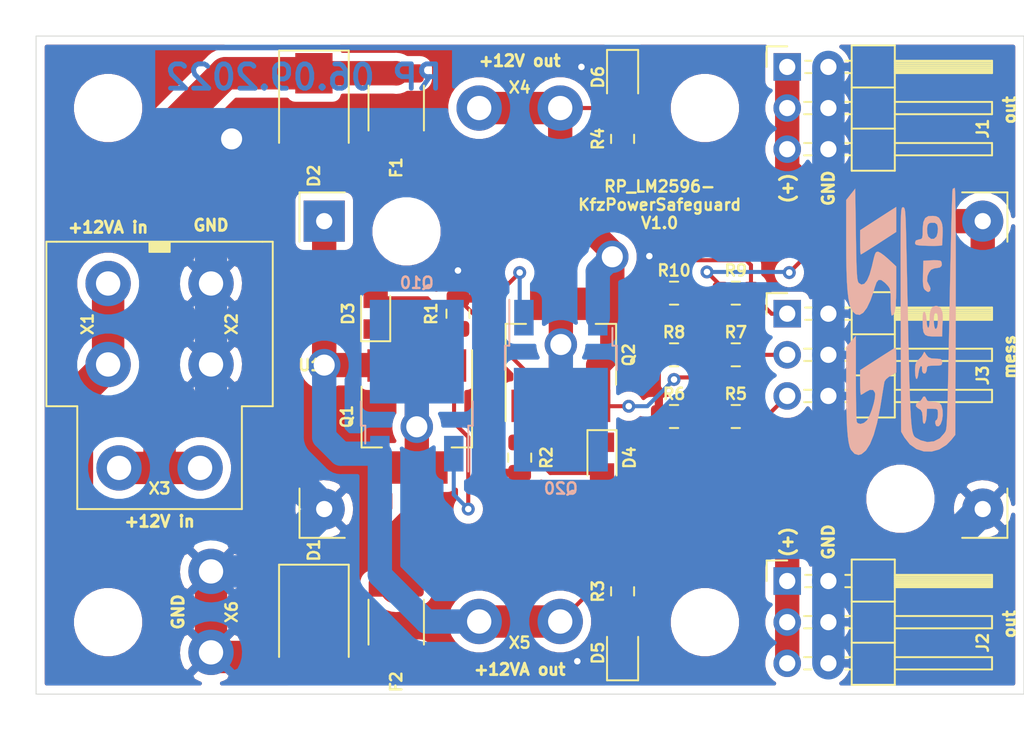
<source format=kicad_pcb>
(kicad_pcb (version 20171130) (host pcbnew "(5.1.8)-1")
  (title_block (comment 1 "Platine 60,96 x 40,64"))
  (layers (0 F.Cu signal) (31 B.Cu signal) (34 B.Paste user) (35 F.Paste user) (36 B.SilkS user) (37 F.SilkS user) (38 B.Mask user) (39 F.Mask user) (44 Edge.Cuts user))
  (net 0 "")
  (net 1 GND)
  (net 2 "Net-(D1-Pad1)")
  (net 3 "Net-(D2-Pad1)")
  (net 4 +12VA)
  (net 5 +12V)
  (net 6 "Net-(D5-Pad2)")
  (net 7 "Net-(D6-Pad2)")
  (net 8 +BATT)
  (net 9 /U_mess_12VA)
  (net 10 /U_mess_12V)
  (net 11 /U_mess_Batt)
  (net 12 /G_Q1)
  (net 13 /G_Q2)
  (net 14 /D_Q2)
  (net 15 /D_Q1)
  (module TH_Logos:RP_17x7 (layer B.Cu) (at 133.985 77.47 270)
    (fp_text reference G*** hide)
    (fp_text value LOGO hide)
  )
  (module RP_LM2596:YAAJ_DCDC_StepDown_LM2596_noSilk (layer F.Cu) (at 98.425 71.12)
    (fp_text reference U1 (at -0.889 8.89) (layer F.SilkS) (effects (font (size 0.7 0.7))))
    (fp_text value YAAJ_DCDC_StepDown_LM2596)
    (pad "" np_thru_hole circle (at 5.08 0.635) (size 3.2 3.2) (drill 3.2) (layers *.Cu *.Mask))
    (pad "" np_thru_hole circle (at 35.56 17.145) (size 3.2 3.2) (drill 3.2) (layers *.Cu *.Mask))
    (pad 1 thru_hole rect (at 0 0) (size 2.54 2.54) (drill 1) (layers *.Cu *.Mask) (net 4 +12VA))
    (pad 2 thru_hole circle (at 0 17.78) (size 2.54 2.54) (drill 1) (layers *.Cu *.Mask) (net 1 GND))
    (pad 4 thru_hole circle (at 40.64 0) (size 2.54 2.54) (drill 1) (layers *.Cu *.Mask) (net 8 +BATT))
    (pad 3 thru_hole circle (at 40.64 17.78) (size 2.54 2.54) (drill 1) (layers *.Cu *.Mask) (net 1 GND))
  )
  (module Diode_SMD:D_SMB (layer F.Cu) (at 97.79 95.885 270)
    (fp_text reference D1 (at -4.445 0 90) (layer F.SilkS) (effects (font (size 0.7 0.7))))
    (fp_text value SMBJ20A-E3/52)
    (pad 2 smd rect (at 2.15 0 270) (size 2.5 2.3) (layers F.Cu F.Paste F.Mask) (net 1 GND))
    (pad 1 smd rect (at -2.15 0 270) (size 2.5 2.3) (layers F.Cu F.Paste F.Mask) (net 2 "Net-(D1-Pad1)"))
  )
  (module Diode_SMD:D_SMB (layer F.Cu) (at 97.79 64.135 270)
    (fp_text reference D2 (at 4.191 0 90) (layer F.SilkS) (effects (font (size 0.7 0.7))))
    (fp_text value SMBJ20A-E3/52)
    (pad 1 smd rect (at -2.15 0 270) (size 2.5 2.3) (layers F.Cu F.Paste F.Mask) (net 3 "Net-(D2-Pad1)"))
    (pad 2 smd rect (at 2.15 0 270) (size 2.5 2.3) (layers F.Cu F.Paste F.Mask) (net 1 GND))
  )
  (module Diode_SMD:D_MicroMELF (layer F.Cu) (at 101.6 76.835 90)
    (fp_text reference D3 (at 0 -1.7 90) (layer F.SilkS) (effects (font (size 0.7 0.7))))
    (fp_text value BZM55C15-TR)
    (pad 1 smd rect (at -0.95 0 90) (size 1.2 1.5) (layers F.Cu F.Paste F.Mask) (net 4 +12VA))
    (pad 2 smd rect (at 0.95 0 90) (size 1.2 1.5) (layers F.Cu F.Paste F.Mask) (net 12 /G_Q1))
  )
  (module Diode_SMD:D_MicroMELF (layer F.Cu) (at 115.57 85.725 270)
    (fp_text reference D4 (at 0 -1.7 90) (layer F.SilkS) (effects (font (size 0.7 0.7))))
    (fp_text value BZM55C15-TR)
    (pad 2 smd rect (at 0.95 0 270) (size 1.2 1.5) (layers F.Cu F.Paste F.Mask) (net 13 /G_Q2))
    (pad 1 smd rect (at -0.95 0 270) (size 1.2 1.5) (layers F.Cu F.Paste F.Mask) (net 5 +12V))
  )
  (module Resistor_SMD:R_1812_4532Metric (layer F.Cu) (at 102.87 64.135 90)
    (fp_text reference F1 (at -3.683 0 90) (layer F.SilkS) (effects (font (size 0.7 0.7))))
    (fp_text value 1812L110/33MR)
    (pad 1 smd roundrect (at -2.1375 0 90) (size 1.125 3.4) (layers F.Cu F.Paste F.Mask) (roundrect_rratio 0.2222213333333333) (net 14 /D_Q2))
    (pad 2 smd roundrect (at 2.1375 0 90) (size 1.125 3.4) (layers F.Cu F.Paste F.Mask) (roundrect_rratio 0.2222213333333333) (net 3 "Net-(D2-Pad1)"))
  )
  (module Resistor_SMD:R_1812_4532Metric (layer F.Cu) (at 102.87 95.885 270)
    (fp_text reference F2 (at 3.683 0 90) (layer F.SilkS) (effects (font (size 0.7 0.7))))
    (fp_text value 1812L110/33MR)
    (pad 2 smd roundrect (at 2.1375 0 270) (size 1.125 3.4) (layers F.Cu F.Paste F.Mask) (roundrect_rratio 0.2222213333333333) (net 2 "Net-(D1-Pad1)"))
    (pad 1 smd roundrect (at -2.1375 0 270) (size 1.125 3.4) (layers F.Cu F.Paste F.Mask) (roundrect_rratio 0.2222213333333333) (net 15 /D_Q1))
  )
  (module Package_TO_SOT_SMD:SOT-223 (layer F.Cu) (at 104.14 83.185 270)
    (fp_text reference Q1 (at 0 4.318 90) (layer F.SilkS) (effects (font (size 0.7 0.7))))
    (fp_text value BSP613P)
    (pad 4 smd rect (at 3.15 0 270) (size 2 3.8) (layers F.Cu F.Paste F.Mask) (net 15 /D_Q1))
    (pad 2 smd rect (at -3.15 0 270) (size 2 1.5) (layers F.Cu F.Paste F.Mask) (net 15 /D_Q1))
    (pad 3 smd rect (at -3.15 2.3 270) (size 2 1.5) (layers F.Cu F.Paste F.Mask) (net 4 +12VA))
    (pad 1 smd rect (at -3.15 -2.3 270) (size 2 1.5) (layers F.Cu F.Paste F.Mask) (net 12 /G_Q1))
  )
  (module Package_TO_SOT_SMD:SOT-223 (layer F.Cu) (at 113.03 79.375 90)
    (fp_text reference Q2 (at 0 4.191 270) (layer F.SilkS) (effects (font (size 0.7 0.7))))
    (fp_text value BSP613P)
    (pad 1 smd rect (at -3.15 -2.3 90) (size 2 1.5) (layers F.Cu F.Paste F.Mask) (net 13 /G_Q2))
    (pad 3 smd rect (at -3.15 2.3 90) (size 2 1.5) (layers F.Cu F.Paste F.Mask) (net 5 +12V))
    (pad 2 smd rect (at -3.15 0 90) (size 2 1.5) (layers F.Cu F.Paste F.Mask) (net 14 /D_Q2))
    (pad 4 smd rect (at 3.15 0 90) (size 2 3.8) (layers F.Cu F.Paste F.Mask) (net 14 /D_Q2))
  )
  (module Resistor_SMD:R_0805_2012Metric (layer F.Cu) (at 106.68 76.835 90)
    (fp_text reference R1 (at 0 -1.65 90) (layer F.SilkS) (effects (font (size 0.7 0.7))))
    (fp_text value 56k)
    (pad 1 smd roundrect (at -0.9375 0 90) (size 0.975 1.4) (layers F.Cu F.Paste F.Mask) (net 12 /G_Q1))
    (pad 2 smd roundrect (at 0.9375 0 90) (size 0.975 1.4) (layers F.Cu F.Paste F.Mask) (net 1 GND))
  )
  (module Resistor_SMD:R_0805_2012Metric (layer F.Cu) (at 110.49 85.725 270)
    (fp_text reference R2 (at 0 -1.65 90) (layer F.SilkS) (effects (font (size 0.7 0.7))))
    (fp_text value 56k)
    (pad 2 smd roundrect (at 0.9375 0 270) (size 0.975 1.4) (layers F.Cu F.Paste F.Mask) (net 1 GND))
    (pad 1 smd roundrect (at -0.9375 0 270) (size 0.975 1.4) (layers F.Cu F.Paste F.Mask) (net 13 /G_Q2))
  )
  (module TH_Footprints_01:Faston_1x_6,3-male-noSilk (layer F.Cu) (at 85.09 77.47 90)
    (fp_text reference X1 (at 0 -1.27 90) (layer F.SilkS) (effects (font (size 0.7 0.7))))
    (fp_text value "Faston 6.3")
    (pad 1 thru_hole circle (at -2.5 0 90) (size 2.8 2.8) (drill 1.5) (layers *.Cu *.Mask) (net 2 "Net-(D1-Pad1)"))
    (pad 1 thru_hole circle (at 2.5 0 90) (size 2.8 2.8) (drill 1.5) (layers *.Cu *.Mask) (net 2 "Net-(D1-Pad1)"))
  )
  (module TH_Footprints_01:Faston_1x_6,3-male-noSilk (layer F.Cu) (at 91.44 77.47 90)
    (fp_text reference X2 (at 0 1.27 90) (layer F.SilkS) (effects (font (size 0.7 0.7))))
    (fp_text value "Faston 6.3")
    (pad 1 thru_hole circle (at 2.5 0 90) (size 2.8 2.8) (drill 1.5) (layers *.Cu *.Mask) (net 1 GND))
    (pad 1 thru_hole circle (at -2.5 0 90) (size 2.8 2.8) (drill 1.5) (layers *.Cu *.Mask) (net 1 GND))
  )
  (module TH_Footprints_01:Faston_1x_6,3-male-noSilk (layer F.Cu) (at 88.265 86.36)
    (fp_text reference X3 (at 0 1.27) (layer F.SilkS) (effects (font (size 0.7 0.7))))
    (fp_text value "Faston 6.3")
    (pad 1 thru_hole circle (at -2.5 0) (size 2.8 2.8) (drill 1.5) (layers *.Cu *.Mask) (net 3 "Net-(D2-Pad1)"))
    (pad 1 thru_hole circle (at 2.5 0) (size 2.8 2.8) (drill 1.5) (layers *.Cu *.Mask) (net 3 "Net-(D2-Pad1)"))
  )
  (module LED_SMD:LED_0805_2012Metric (layer F.Cu) (at 116.84 97.79 90)
    (fp_text reference D5 (at 0 -1.524 90) (layer F.SilkS) (effects (font (size 0.7 0.7))))
    (fp_text value LED)
    (pad 2 smd roundrect (at 0.9375 0 90) (size 0.975 1.4) (layers F.Cu F.Paste F.Mask) (net 6 "Net-(D5-Pad2)"))
    (pad 1 smd roundrect (at -0.9375 0 90) (size 0.975 1.4) (layers F.Cu F.Paste F.Mask) (net 1 GND))
  )
  (module LED_SMD:LED_0805_2012Metric (layer F.Cu) (at 116.84 62.23 270)
    (fp_text reference D6 (at 0 1.524 90) (layer F.SilkS) (effects (font (size 0.7 0.7))))
    (fp_text value LED)
    (pad 1 smd roundrect (at -0.9375 0 270) (size 0.975 1.4) (layers F.Cu F.Paste F.Mask) (net 1 GND))
    (pad 2 smd roundrect (at 0.9375 0 270) (size 0.975 1.4) (layers F.Cu F.Paste F.Mask) (net 7 "Net-(D6-Pad2)"))
  )
  (module Resistor_SMD:R_0805_2012Metric (layer F.Cu) (at 116.84 93.98 270)
    (fp_text reference R3 (at 0 1.524 90) (layer F.SilkS) (effects (font (size 0.7 0.7))))
    (fp_text value XX)
    (pad 1 smd roundrect (at -0.9375 0 270) (size 0.975 1.4) (layers F.Cu F.Paste F.Mask) (net 4 +12VA))
    (pad 2 smd roundrect (at 0.9375 0 270) (size 0.975 1.4) (layers F.Cu F.Paste F.Mask) (net 6 "Net-(D5-Pad2)"))
  )
  (module Resistor_SMD:R_0805_2012Metric (layer F.Cu) (at 116.84 66.040001 90)
    (fp_text reference R4 (at 0.000001 -1.524 90) (layer F.SilkS) (effects (font (size 0.7 0.7))))
    (fp_text value XX)
    (pad 2 smd roundrect (at 0.9375 0 90) (size 0.975 1.4) (layers F.Cu F.Paste F.Mask) (net 7 "Net-(D6-Pad2)"))
    (pad 1 smd roundrect (at -0.9375 0 90) (size 0.975 1.4) (layers F.Cu F.Paste F.Mask) (net 5 +12V))
  )
  (module TH_Footprints_01:Faston_1x_6,3-male-noSilk (layer F.Cu) (at 110.49 95.845 180)
    (fp_text reference X5 (at 0 -1.31) (layer F.SilkS) (effects (font (size 0.7 0.7))))
    (fp_text value "Faston 6.3")
    (pad 1 thru_hole circle (at 2.5 0 180) (size 2.8 2.8) (drill 1.5) (layers *.Cu *.Mask) (net 4 +12VA))
    (pad 1 thru_hole circle (at -2.5 0 180) (size 2.8 2.8) (drill 1.5) (layers *.Cu *.Mask) (net 4 +12VA))
  )
  (module TH_Footprints_01:Faston_1x_6,3-male-noSilk (layer F.Cu) (at 91.44 95.25 90)
    (fp_text reference X6 (at 0 1.27 90) (layer F.SilkS) (effects (font (size 0.7 0.7))))
    (fp_text value "Faston 6.3")
    (pad 1 thru_hole circle (at -2.5 0 90) (size 2.8 2.8) (drill 1.5) (layers *.Cu *.Mask) (net 1 GND))
    (pad 1 thru_hole circle (at 2.5 0 90) (size 2.8 2.8) (drill 1.5) (layers *.Cu *.Mask) (net 1 GND))
  )
  (module MountingHole:MountingHole_3.2mm_M3 (layer F.Cu) (at 85.09 64.135)
    (fp_text reference H1 hide)
    (fp_text value MountingHole)
    (pad 1 np_thru_hole circle (at 0 0) (size 3.2 3.2) (drill 3.2) (layers *.Cu *.Mask))
  )
  (module MountingHole:MountingHole_3.2mm_M3 (layer F.Cu) (at 121.92 64.135)
    (fp_text reference H2 hide)
    (fp_text value MountingHole)
    (pad 1 np_thru_hole circle (at 0 0) (size 3.2 3.2) (drill 3.2) (layers *.Cu *.Mask))
  )
  (module MountingHole:MountingHole_3.2mm_M3 (layer F.Cu) (at 85.09 95.885)
    (fp_text reference H3 hide)
    (fp_text value MountingHole)
    (pad 1 np_thru_hole circle (at 0 0) (size 3.2 3.2) (drill 3.2) (layers *.Cu *.Mask))
  )
  (module MountingHole:MountingHole_3.2mm_M3 (layer F.Cu) (at 121.92 95.885)
    (fp_text reference H4 hide)
    (fp_text value MountingHole)
    (pad 1 np_thru_hole circle (at 0 0) (size 3.2 3.2) (drill 3.2) (layers *.Cu *.Mask))
  )
  (module TH_Footprints_01:Faston_1x_6,3-male-noSilk (layer F.Cu) (at 110.49 64.135)
    (fp_text reference X4 (at 0 -1.27) (layer F.SilkS) (effects (font (size 0.7 0.7))))
    (fp_text value "Faston 6.3")
    (pad 1 thru_hole circle (at -2.5 0) (size 2.8 2.8) (drill 1.5) (layers *.Cu *.Mask) (net 5 +12V))
    (pad 1 thru_hole circle (at 2.5 0) (size 2.8 2.8) (drill 1.5) (layers *.Cu *.Mask) (net 5 +12V))
  )
  (module Resistor_SMD:R_0805_2012Metric (layer F.Cu) (at 123.825 83.185)
    (fp_text reference R5 (at 0 -1.397) (layer F.SilkS) (effects (font (size 0.7 0.7))))
    (fp_text value XX)
    (pad 1 smd roundrect (at -0.9375 0) (size 0.975 1.4) (layers F.Cu F.Paste F.Mask) (net 4 +12VA))
    (pad 2 smd roundrect (at 0.9375 0) (size 0.975 1.4) (layers F.Cu F.Paste F.Mask) (net 9 /U_mess_12VA))
  )
  (module Resistor_SMD:R_0805_2012Metric (layer F.Cu) (at 120.015 83.185 180)
    (fp_text reference R6 (at 0 1.397) (layer F.SilkS) (effects (font (size 0.7 0.7))))
    (fp_text value XX)
    (pad 2 smd roundrect (at 0.9375 0 180) (size 0.975 1.4) (layers F.Cu F.Paste F.Mask) (net 1 GND))
    (pad 1 smd roundrect (at -0.9375 0 180) (size 0.975 1.4) (layers F.Cu F.Paste F.Mask) (net 9 /U_mess_12VA))
  )
  (module Resistor_SMD:R_0805_2012Metric (layer F.Cu) (at 123.825 79.375)
    (fp_text reference R7 (at 0 -1.397) (layer F.SilkS) (effects (font (size 0.7 0.7))))
    (fp_text value XX)
    (pad 1 smd roundrect (at -0.9375 0) (size 0.975 1.4) (layers F.Cu F.Paste F.Mask) (net 5 +12V))
    (pad 2 smd roundrect (at 0.9375 0) (size 0.975 1.4) (layers F.Cu F.Paste F.Mask) (net 10 /U_mess_12V))
  )
  (module Resistor_SMD:R_0805_2012Metric (layer F.Cu) (at 120.015 79.375 180)
    (fp_text reference R8 (at 0 1.397) (layer F.SilkS) (effects (font (size 0.7 0.7))))
    (fp_text value XX)
    (pad 2 smd roundrect (at 0.9375 0 180) (size 0.975 1.4) (layers F.Cu F.Paste F.Mask) (net 1 GND))
    (pad 1 smd roundrect (at -0.9375 0 180) (size 0.975 1.4) (layers F.Cu F.Paste F.Mask) (net 10 /U_mess_12V))
  )
  (module Connector_PinHeader_2.54mm:PinHeader_2x03_P2.54mm_Horizontal (layer F.Cu) (at 127 61.595)
    (fp_text reference J1 (at 12.065 3.81 90) (layer F.SilkS) (effects (font (size 0.7 0.7))))
    (fp_text value Conn_02x03_Odd_Even)
    (pad 1 thru_hole rect (at 0 0) (size 1.7 1.7) (drill 1) (layers *.Cu *.Mask) (net 8 +BATT))
    (pad 2 thru_hole oval (at 2.54 0) (size 1.7 1.7) (drill 1) (layers *.Cu *.Mask) (net 1 GND))
    (pad 3 thru_hole oval (at 0 2.54) (size 1.7 1.7) (drill 1) (layers *.Cu *.Mask) (net 8 +BATT))
    (pad 4 thru_hole oval (at 2.54 2.54) (size 1.7 1.7) (drill 1) (layers *.Cu *.Mask) (net 1 GND))
    (pad 5 thru_hole oval (at 0 5.08) (size 1.7 1.7) (drill 1) (layers *.Cu *.Mask) (net 8 +BATT))
    (pad 6 thru_hole oval (at 2.54 5.08) (size 1.7 1.7) (drill 1) (layers *.Cu *.Mask) (net 1 GND))
  )
  (module Connector_PinHeader_2.54mm:PinHeader_2x03_P2.54mm_Horizontal (layer F.Cu) (at 127 93.345)
    (fp_text reference J2 (at 12.065 3.81 90) (layer F.SilkS) (effects (font (size 0.7 0.7))))
    (fp_text value Conn_02x03_Odd_Even)
    (pad 6 thru_hole oval (at 2.54 5.08) (size 1.7 1.7) (drill 1) (layers *.Cu *.Mask) (net 1 GND))
    (pad 5 thru_hole oval (at 0 5.08) (size 1.7 1.7) (drill 1) (layers *.Cu *.Mask) (net 8 +BATT))
    (pad 4 thru_hole oval (at 2.54 2.54) (size 1.7 1.7) (drill 1) (layers *.Cu *.Mask) (net 1 GND))
    (pad 3 thru_hole oval (at 0 2.54) (size 1.7 1.7) (drill 1) (layers *.Cu *.Mask) (net 8 +BATT))
    (pad 2 thru_hole oval (at 2.54 0) (size 1.7 1.7) (drill 1) (layers *.Cu *.Mask) (net 1 GND))
    (pad 1 thru_hole rect (at 0 0) (size 1.7 1.7) (drill 1) (layers *.Cu *.Mask) (net 8 +BATT))
  )
  (module Resistor_SMD:R_0805_2012Metric (layer F.Cu) (at 123.825 75.565)
    (fp_text reference R9 (at 0 -1.397) (layer F.SilkS) (effects (font (size 0.7 0.7))))
    (fp_text value XX)
    (pad 2 smd roundrect (at 0.9375 0) (size 0.975 1.4) (layers F.Cu F.Paste F.Mask) (net 11 /U_mess_Batt))
    (pad 1 smd roundrect (at -0.9375 0) (size 0.975 1.4) (layers F.Cu F.Paste F.Mask) (net 8 +BATT))
  )
  (module Resistor_SMD:R_0805_2012Metric (layer F.Cu) (at 120.015 75.565 180)
    (fp_text reference R10 (at 0 1.397) (layer F.SilkS) (effects (font (size 0.7 0.7))))
    (fp_text value XX)
    (pad 1 smd roundrect (at -0.9375 0 180) (size 0.975 1.4) (layers F.Cu F.Paste F.Mask) (net 11 /U_mess_Batt))
    (pad 2 smd roundrect (at 0.9375 0 180) (size 0.975 1.4) (layers F.Cu F.Paste F.Mask) (net 1 GND))
  )
  (module Connector_PinHeader_2.54mm:PinHeader_2x03_P2.54mm_Horizontal (layer F.Cu) (at 127 76.835)
    (fp_text reference J3 (at 12.065 3.81 90) (layer F.SilkS) (effects (font (size 0.7 0.7))))
    (fp_text value Conn_02x03_Odd_Even)
    (pad 1 thru_hole rect (at 0 0) (size 1.7 1.7) (drill 1) (layers *.Cu *.Mask) (net 11 /U_mess_Batt))
    (pad 2 thru_hole oval (at 2.54 0) (size 1.7 1.7) (drill 1) (layers *.Cu *.Mask) (net 1 GND))
    (pad 3 thru_hole oval (at 0 2.54) (size 1.7 1.7) (drill 1) (layers *.Cu *.Mask) (net 10 /U_mess_12V))
    (pad 4 thru_hole oval (at 2.54 2.54) (size 1.7 1.7) (drill 1) (layers *.Cu *.Mask) (net 1 GND))
    (pad 5 thru_hole oval (at 0 5.08) (size 1.7 1.7) (drill 1) (layers *.Cu *.Mask) (net 9 /U_mess_12VA))
    (pad 6 thru_hole oval (at 2.54 5.08) (size 1.7 1.7) (drill 1) (layers *.Cu *.Mask) (net 1 GND))
  )
  (module Package_TO_SOT_SMD:TO-252-2 (layer B.Cu) (at 104.14 81.28 90)
    (fp_text reference Q10 (at 6.35 0 180) (layer B.SilkS) (effects (font (size 0.7 0.7)) (justify mirror)))
    (fp_text value TSM7P06)
    (pad 1 smd rect (at -4.2 2.28 90) (size 2.2 1.2) (layers B.Cu B.Paste B.Mask) (net 12 /G_Q1))
    (pad 3 smd rect (at -4.2 -2.28 90) (size 2.2 1.2) (layers B.Cu B.Paste B.Mask) (net 4 +12VA))
    (pad 2 smd rect (at 2.1 0 90) (size 6.4 5.8) (layers B.Cu B.Mask) (net 15 /D_Q1))
  )
  (module Package_TO_SOT_SMD:TO-252-2 (layer B.Cu) (at 113.03 81.28 270)
    (fp_text reference Q20 (at 6.35 0 180) (layer B.SilkS) (effects (font (size 0.7 0.7)) (justify mirror)))
    (fp_text value TSM7P06)
    (pad 2 smd rect (at 2.1 0 270) (size 6.4 5.8) (layers B.Cu B.Mask) (net 14 /D_Q2))
    (pad 3 smd rect (at -4.2 -2.28 270) (size 2.2 1.2) (layers B.Cu B.Paste B.Mask) (net 5 +12V))
    (pad 1 smd rect (at -4.2 2.28 270) (size 2.2 1.2) (layers B.Cu B.Paste B.Mask) (net 13 /G_Q2))
  )
  (gr_text "RP_LM2596-\nKfzPowerSafeguard\nV1.0" (at 119.126 70.104) (layer F.SilkS) (effects (font (size 0.7 0.7))))
  (gr_text "RP 06.09.2022" (at 97.155 62.23) (layer B.Cu) (effects (font (size 1.5 1.5) (thickness 0.3)) (justify mirror)))
  (gr_poly (pts (xy 87.63 72.39) (xy 87.63 73.025) (xy 88.9 73.025) (xy 88.9 72.39)) (layer F.SilkS) (width 0.1))
  (gr_text mess (at 140.716 79.502 90) (layer F.SilkS) (effects (font (size 0.7 0.7) (thickness 0.175))))
  (gr_text out (at 140.716 64.262 90) (layer F.SilkS) (effects (font (size 0.7 0.7) (thickness 0.175))))
  (gr_text out (at 140.716 96.012 90) (layer F.SilkS) (effects (font (size 0.7 0.7) (thickness 0.175))))
  (gr_text "+12V out" (at 110.49 61.214) (layer F.SilkS) (effects (font (size 0.7 0.7) (thickness 0.175))))
  (gr_text "+12VA out" (at 110.49 98.806) (layer F.SilkS) (effects (font (size 0.7 0.7) (thickness 0.175))))
  (gr_text "+12VA in" (at 85.09 71.501) (layer F.SilkS) (effects (font (size 0.7 0.7) (thickness 0.175))))
  (gr_text "+12V in" (at 88.265 89.662) (layer F.SilkS) (effects (font (size 0.7 0.7) (thickness 0.175))))
  (gr_text GND (at 91.44 71.374) (layer F.SilkS) (effects (font (size 0.7 0.7) (thickness 0.175))))
  (gr_text GND (at 89.408 95.25 90) (layer F.SilkS) (effects (font (size 0.7 0.7) (thickness 0.175))))
  (gr_text "(+)" (at 127 69.088 90) (layer F.SilkS) (effects (font (size 0.7 0.7) (thickness 0.175))))
  (gr_text "(+)" (at 127 90.932 90) (layer F.SilkS) (effects (font (size 0.7 0.7) (thickness 0.175))))
  (gr_text GND (at 129.54 90.932 90) (layer F.SilkS) (effects (font (size 0.7 0.7) (thickness 0.175))))
  (gr_text GND (at 129.54 69.088 90) (layer F.SilkS) (effects (font (size 0.7 0.7) (thickness 0.175))))
  (gr_line (start 80.645 100.33) (end 80.645 59.69) (layer Edge.Cuts) (width 0.05))
  (gr_line (start 141.605 100.33) (end 80.645 100.33) (layer Edge.Cuts) (width 0.05))
  (gr_line (start 141.605 59.69) (end 141.605 100.33) (layer Edge.Cuts) (width 0.05))
  (gr_line (start 80.645 59.69) (end 141.605 59.69) (layer Edge.Cuts) (width 0.05))
  (gr_line (start 95.25 72.39) (end 94.615 72.39) (layer F.SilkS) (width 0.12))
  (gr_line (start 95.25 82.55) (end 95.25 72.39) (layer F.SilkS) (width 0.12))
  (gr_line (start 94.615 82.55) (end 95.25 82.55) (layer F.SilkS) (width 0.12))
  (gr_line (start 81.28 82.55) (end 81.915 82.55) (layer F.SilkS) (width 0.12))
  (gr_line (start 81.28 72.39) (end 81.28 82.55) (layer F.SilkS) (width 0.12))
  (gr_line (start 81.915 72.39) (end 81.28 72.39) (layer F.SilkS) (width 0.12))
  (gr_line (start 83.185 82.55) (end 81.915 82.55) (layer F.SilkS) (width 0.12))
  (gr_line (start 94.615 72.39) (end 81.915 72.39) (layer F.SilkS) (width 0.12))
  (gr_line (start 93.345 82.55) (end 94.615 82.55) (layer F.SilkS) (width 0.12))
  (gr_line (start 93.345 88.9) (end 93.345 82.55) (layer F.SilkS) (width 0.12))
  (gr_line (start 83.185 88.9) (end 93.345 88.9) (layer F.SilkS) (width 0.12))
  (gr_line (start 83.185 82.55) (end 83.185 88.9) (layer F.SilkS) (width 0.12))
  (segment (start 91.44 92.75) (end 91.44 97.75) (width 2) (layer F.Cu) (net 1))
  (segment (start 91.725 98.035) (end 91.44 97.75) (width 2) (layer F.Cu) (net 1))
  (segment (start 97.79 98.035) (end 91.725 98.035) (width 2) (layer F.Cu) (net 1))
  (via (at 92.71 66.04) (size 2) (drill 1.3) (layers F.Cu B.Cu) (net 1))
  (segment (start 97.545 66.04) (end 97.79 66.285) (width 2) (layer F.Cu) (net 1))
  (segment (start 92.71 66.04) (end 97.545 66.04) (width 2) (layer F.Cu) (net 1))
  (segment (start 92.71 66.04) (end 103.505 66.04) (width 2) (layer B.Cu) (net 1))
  (segment (start 103.505 66.04) (end 108.585 71.12) (width 2) (layer B.Cu) (net 1))
  (segment (start 129.54 71.12) (end 129.54 66.675) (width 2) (layer B.Cu) (net 1))
  (segment (start 129.54 66.675) (end 129.54 64.135) (width 2) (layer B.Cu) (net 1))
  (segment (start 129.54 64.135) (end 129.54 61.595) (width 2) (layer B.Cu) (net 1))
  (segment (start 129.54 74.93) (end 129.54 76.835) (width 2) (layer B.Cu) (net 1))
  (segment (start 129.54 71.12) (end 129.54 74.93) (width 2) (layer B.Cu) (net 1))
  (segment (start 129.54 76.835) (end 129.54 79.375) (width 2) (layer B.Cu) (net 1))
  (segment (start 129.54 79.375) (end 129.54 81.915) (width 2) (layer B.Cu) (net 1))
  (segment (start 129.54 98.425) (end 129.54 95.885) (width 2) (layer B.Cu) (net 1))
  (segment (start 129.54 95.885) (end 129.54 93.345) (width 2) (layer B.Cu) (net 1))
  (segment (start 134.62 93.345) (end 129.54 93.345) (width 2) (layer B.Cu) (net 1))
  (segment (start 139.065 88.9) (end 134.62 93.345) (width 2) (layer B.Cu) (net 1))
  (via (at 106.68 74.168) (size 0.8) (drill 0.4) (layers F.Cu B.Cu) (net 1))
  (segment (start 106.68 75.8975) (end 106.68 74.168) (width 0.25) (layer F.Cu) (net 1))
  (segment (start 108.585 71.697315) (end 108.585 71.12) (width 0.25) (layer B.Cu) (net 1))
  (segment (start 106.68 73.602315) (end 108.585 71.697315) (width 0.25) (layer B.Cu) (net 1))
  (segment (start 106.68 74.168) (end 106.68 73.602315) (width 0.25) (layer B.Cu) (net 1))
  (segment (start 119.0775 75.565) (end 119.0775 79.375) (width 0.25) (layer F.Cu) (net 1))
  (segment (start 119.0775 80.175) (end 119.0775 83.185) (width 0.25) (layer F.Cu) (net 1))
  (segment (start 119.0775 79.375) (end 119.0775 80.175) (width 0.25) (layer F.Cu) (net 1))
  (segment (start 108.585 77.8025) (end 106.68 75.8975) (width 0.25) (layer F.Cu) (net 1))
  (segment (start 108.585 85.979) (end 108.585 77.8025) (width 0.25) (layer F.Cu) (net 1))
  (segment (start 110.49 86.6625) (end 109.2685 86.6625) (width 0.25) (layer F.Cu) (net 1))
  (segment (start 109.2685 86.6625) (end 108.585 85.979) (width 0.25) (layer F.Cu) (net 1))
  (via (at 118.491 73.279) (size 0.8) (drill 0.4) (layers F.Cu B.Cu) (net 1))
  (segment (start 119.0775 75.565) (end 119.0775 73.8655) (width 0.25) (layer F.Cu) (net 1))
  (segment (start 119.0775 73.8655) (end 118.491 73.279) (width 0.25) (layer F.Cu) (net 1))
  (via (at 114.046 98.298) (size 0.8) (drill 0.4) (layers F.Cu B.Cu) (net 1))
  (segment (start 116.84 98.7275) (end 114.4755 98.7275) (width 0.25) (layer F.Cu) (net 1))
  (segment (start 114.4755 98.7275) (end 114.046 98.298) (width 0.25) (layer F.Cu) (net 1))
  (segment (start 114.046 98.298) (end 116.078 96.266) (width 0.25) (layer B.Cu) (net 1))
  (segment (start 116.078 96.266) (end 116.078 94.869) (width 0.25) (layer B.Cu) (net 1))
  (segment (start 120.396 90.551) (end 129.54 90.551) (width 0.25) (layer B.Cu) (net 1))
  (segment (start 116.078 94.869) (end 120.396 90.551) (width 0.25) (layer B.Cu) (net 1))
  (segment (start 129.54 93.345) (end 129.54 90.551) (width 2) (layer B.Cu) (net 1))
  (segment (start 129.54 90.551) (end 129.54 81.915) (width 2) (layer B.Cu) (net 1))
  (segment (start 91.44 79.97) (end 91.44 74.97) (width 2) (layer B.Cu) (net 1))
  (segment (start 91.44 67.31) (end 92.71 66.04) (width 2) (layer B.Cu) (net 1))
  (segment (start 91.44 74.97) (end 91.44 67.31) (width 2) (layer B.Cu) (net 1))
  (segment (start 94.575 92.75) (end 98.425 88.9) (width 2) (layer B.Cu) (net 1))
  (segment (start 91.44 92.75) (end 94.575 92.75) (width 2) (layer B.Cu) (net 1))
  (segment (start 91.44 81.915) (end 98.425 88.9) (width 2) (layer B.Cu) (net 1))
  (segment (start 91.44 79.97) (end 91.44 81.915) (width 2) (layer B.Cu) (net 1))
  (segment (start 119.0775 87.2975) (end 119.0775 83.185) (width 0.25) (layer F.Cu) (net 1))
  (segment (start 118.11 88.265) (end 119.0775 87.2975) (width 0.25) (layer F.Cu) (net 1))
  (segment (start 110.998 88.265) (end 118.11 88.265) (width 0.25) (layer F.Cu) (net 1))
  (segment (start 110.49 87.757) (end 110.998 88.265) (width 0.25) (layer F.Cu) (net 1))
  (segment (start 110.49 86.6625) (end 110.49 87.757) (width 0.25) (layer F.Cu) (net 1))
  (segment (start 110.49 71.12) (end 112.395 71.12) (width 2) (layer B.Cu) (net 1))
  (segment (start 108.585 71.12) (end 110.49 71.12) (width 2) (layer B.Cu) (net 1))
  (segment (start 112.395 71.12) (end 114.3 69.215) (width 2) (layer B.Cu) (net 1))
  (segment (start 118.745 69.215) (end 120.65 71.12) (width 2) (layer B.Cu) (net 1))
  (segment (start 120.65 71.12) (end 129.54 71.12) (width 2) (layer B.Cu) (net 1))
  (via (at 114.3 61.595) (size 0.8) (drill 0.4) (layers F.Cu B.Cu) (net 1))
  (segment (start 116.84 64.135) (end 114.3 61.595) (width 0.25) (layer B.Cu) (net 1))
  (segment (start 116.84 69.215) (end 116.84 64.135) (width 0.25) (layer B.Cu) (net 1))
  (segment (start 116.84 69.215) (end 118.745 69.215) (width 2) (layer B.Cu) (net 1))
  (segment (start 114.3 69.215) (end 116.84 69.215) (width 2) (layer B.Cu) (net 1))
  (segment (start 116.5375 61.595) (end 116.84 61.2925) (width 0.25) (layer F.Cu) (net 1))
  (segment (start 114.3 61.595) (end 116.5375 61.595) (width 0.25) (layer F.Cu) (net 1))
  (segment (start 118.491 73.279) (end 120.65 71.12) (width 0.25) (layer B.Cu) (net 1))
  (segment (start 98.815 93.735) (end 97.79 93.735) (width 1.5) (layer F.Cu) (net 2))
  (segment (start 100.33 95.25) (end 98.815 93.735) (width 1.5) (layer F.Cu) (net 2))
  (segment (start 100.33 97.2825) (end 100.33 95.25) (width 1.5) (layer F.Cu) (net 2))
  (segment (start 101.07 98.0225) (end 100.33 97.2825) (width 1.5) (layer F.Cu) (net 2))
  (segment (start 102.87 98.0225) (end 101.07 98.0225) (width 1.5) (layer F.Cu) (net 2))
  (segment (start 85.09 74.97) (end 85.09 79.97) (width 2) (layer F.Cu) (net 2))
  (segment (start 83.164999 81.895001) (end 83.164999 87.990999) (width 2) (layer F.Cu) (net 2))
  (segment (start 85.09 79.97) (end 83.164999 81.895001) (width 2) (layer F.Cu) (net 2))
  (segment (start 83.164999 87.990999) (end 84.709 89.535) (width 2) (layer F.Cu) (net 2))
  (segment (start 97.79 93.635) (end 97.79 93.735) (width 2) (layer F.Cu) (net 2))
  (segment (start 93.69 89.535) (end 97.79 93.635) (width 2) (layer F.Cu) (net 2))
  (segment (start 84.709 89.535) (end 93.69 89.535) (width 2) (layer F.Cu) (net 2))
  (segment (start 90.765 86.36) (end 90.765 86.71) (width 2) (layer F.Cu) (net 3))
  (segment (start 97.8025 61.9975) (end 97.79 61.985) (width 2) (layer F.Cu) (net 3))
  (segment (start 102.8575 61.985) (end 102.87 61.9975) (width 1.5) (layer F.Cu) (net 3))
  (segment (start 92.32 61.985) (end 97.79 61.985) (width 2) (layer F.Cu) (net 3))
  (segment (start 88.265 66.167) (end 88.2015 66.1035) (width 2) (layer F.Cu) (net 3))
  (segment (start 88.265 86.36) (end 88.265 66.167) (width 2) (layer F.Cu) (net 3))
  (segment (start 88.2015 66.1035) (end 92.32 61.985) (width 2) (layer F.Cu) (net 3))
  (segment (start 88.265 86.36) (end 85.765 86.36) (width 2) (layer F.Cu) (net 3))
  (segment (start 90.765 86.36) (end 88.265 86.36) (width 2) (layer F.Cu) (net 3))
  (segment (start 97.79 61.985) (end 102.8575 61.985) (width 1.5) (layer F.Cu) (net 3))
  (segment (start 98.425 78.87) (end 98.425 71.12) (width 1.5) (layer F.Cu) (net 4))
  (via (at 98.425 80.01) (size 2) (drill 1.3) (layers F.Cu B.Cu) (net 4))
  (segment (start 98.425 78.87) (end 98.425 80.01) (width 1.5) (layer F.Cu) (net 4))
  (segment (start 101.815 80.01) (end 101.84 80.035) (width 1.5) (layer F.Cu) (net 4))
  (segment (start 98.425 80.01) (end 101.815 80.01) (width 1.5) (layer F.Cu) (net 4))
  (segment (start 107.99 95.845) (end 112.99 95.845) (width 2) (layer F.Cu) (net 4))
  (segment (start 101.84 78.025) (end 101.6 77.785) (width 0.25) (layer F.Cu) (net 4))
  (segment (start 101.84 80.035) (end 101.84 78.025) (width 0.25) (layer F.Cu) (net 4))
  (segment (start 115.7925 93.0425) (end 116.84 93.0425) (width 0.25) (layer F.Cu) (net 4))
  (segment (start 112.99 95.845) (end 115.7925 93.0425) (width 0.25) (layer F.Cu) (net 4))
  (segment (start 122.8875 86.995) (end 122.8875 83.185) (width 0.25) (layer F.Cu) (net 4))
  (segment (start 116.84 93.0425) (end 122.8875 86.995) (width 0.25) (layer F.Cu) (net 4))
  (segment (start 98.425 80.01) (end 98.425 84.455) (width 1.5) (layer B.Cu) (net 4))
  (segment (start 99.45 85.48) (end 101.86 85.48) (width 1.5) (layer B.Cu) (net 4))
  (segment (start 98.425 84.455) (end 99.45 85.48) (width 1.5) (layer B.Cu) (net 4))
  (segment (start 101.86 85.48) (end 101.86 92.97) (width 1.5) (layer B.Cu) (net 4))
  (segment (start 104.735 95.845) (end 107.99 95.845) (width 1.5) (layer B.Cu) (net 4))
  (segment (start 101.86 92.97) (end 104.735 95.845) (width 1.5) (layer B.Cu) (net 4))
  (segment (start 107.99 64.135) (end 112.99 64.135) (width 2) (layer F.Cu) (net 5))
  (segment (start 115.33 80.025) (end 116.205 79.15) (width 1.5) (layer F.Cu) (net 5))
  (segment (start 115.33 82.525) (end 115.33 80.025) (width 1.5) (layer F.Cu) (net 5))
  (segment (start 116.205 79.15) (end 116.205 73.025) (width 1.5) (layer F.Cu) (net 5))
  (segment (start 112.99 69.81) (end 112.99 64.135) (width 1.5) (layer F.Cu) (net 5))
  (segment (start 116.205 73.025) (end 112.99 69.81) (width 1.5) (layer F.Cu) (net 5))
  (segment (start 115.57 82.765) (end 115.33 82.525) (width 0.25) (layer F.Cu) (net 5))
  (segment (start 115.57 84.775) (end 115.57 82.765) (width 0.25) (layer F.Cu) (net 5))
  (segment (start 115.745501 66.977501) (end 116.84 66.977501) (width 0.25) (layer F.Cu) (net 5))
  (segment (start 115.189 66.421) (end 115.745501 66.977501) (width 0.25) (layer F.Cu) (net 5))
  (segment (start 115.189 64.354102) (end 115.189 66.421) (width 0.25) (layer F.Cu) (net 5))
  (segment (start 112.99 64.135) (end 114.969898 64.135) (width 0.25) (layer F.Cu) (net 5))
  (segment (start 114.969898 64.135) (end 115.189 64.354102) (width 0.25) (layer F.Cu) (net 5))
  (segment (start 122.8875 80.175) (end 122.2905 80.772) (width 0.25) (layer F.Cu) (net 5))
  (segment (start 122.8875 79.375) (end 122.8875 80.175) (width 0.25) (layer F.Cu) (net 5))
  (via (at 120.015 80.899) (size 0.8) (drill 0.4) (layers F.Cu B.Cu) (net 5))
  (segment (start 122.2905 80.772) (end 120.142 80.772) (width 0.25) (layer F.Cu) (net 5))
  (segment (start 120.142 80.772) (end 120.015 80.899) (width 0.25) (layer F.Cu) (net 5))
  (via (at 117.221 82.55) (size 0.8) (drill 0.4) (layers F.Cu B.Cu) (net 5))
  (segment (start 120.015 80.899) (end 118.364 82.55) (width 0.25) (layer B.Cu) (net 5))
  (segment (start 118.364 82.55) (end 117.221 82.55) (width 0.25) (layer B.Cu) (net 5))
  (segment (start 115.355 82.55) (end 115.33 82.525) (width 0.25) (layer F.Cu) (net 5))
  (segment (start 117.221 82.55) (end 115.355 82.55) (width 0.25) (layer F.Cu) (net 5))
  (via (at 116.205 73.32) (size 2) (drill 1.3) (layers F.Cu B.Cu) (net 5))
  (segment (start 115.31 77.08) (end 115.31 74.215) (width 1.5) (layer B.Cu) (net 5))
  (segment (start 115.31 74.215) (end 116.205 73.32) (width 1.5) (layer B.Cu) (net 5))
  (segment (start 116.84 94.9175) (end 116.84 96.8525) (width 0.25) (layer F.Cu) (net 6))
  (segment (start 116.84 65.102501) (end 116.84 63.1675) (width 0.25) (layer F.Cu) (net 7))
  (segment (start 127 61.595) (end 127 64.135) (width 1.5) (layer F.Cu) (net 8))
  (segment (start 127 64.135) (end 127 66.675) (width 1.5) (layer F.Cu) (net 8))
  (segment (start 139.065 73.66) (end 139.065 71.12) (width 1.5) (layer F.Cu) (net 8))
  (segment (start 127 98.425) (end 127 95.885) (width 1.5) (layer F.Cu) (net 8))
  (segment (start 127 95.885) (end 127 93.345) (width 1.5) (layer F.Cu) (net 8))
  (segment (start 132.334 83.439) (end 136.652 83.439) (width 1.5) (layer F.Cu) (net 8))
  (segment (start 139.065 81.026) (end 139.065 73.66) (width 1.5) (layer F.Cu) (net 8))
  (segment (start 136.652 83.439) (end 139.065 81.026) (width 1.5) (layer F.Cu) (net 8))
  (segment (start 137.268949 71.12) (end 139.065 71.12) (width 1.5) (layer F.Cu) (net 8))
  (segment (start 130.242919 71.12) (end 137.268949 71.12) (width 1.5) (layer F.Cu) (net 8))
  (segment (start 127 67.877081) (end 130.242919 71.12) (width 1.5) (layer F.Cu) (net 8))
  (segment (start 127 66.675) (end 127 67.877081) (width 1.5) (layer F.Cu) (net 8))
  (segment (start 130.3655 87.6295) (end 130.3655 85.4075) (width 1.5) (layer F.Cu) (net 8))
  (segment (start 127 90.995) (end 130.3655 87.6295) (width 1.5) (layer F.Cu) (net 8))
  (segment (start 127 93.345) (end 127 90.995) (width 1.5) (layer F.Cu) (net 8))
  (segment (start 130.3655 85.4075) (end 132.334 83.439) (width 1.5) (layer F.Cu) (net 8))
  (via (at 122.047 74.258) (size 0.8) (drill 0.4) (layers F.Cu B.Cu) (net 8))
  (segment (start 122.8875 75.565) (end 122.8875 75.0985) (width 0.25) (layer F.Cu) (net 8))
  (segment (start 122.8875 75.0985) (end 122.047 74.258) (width 0.25) (layer F.Cu) (net 8))
  (via (at 127.127 74.295) (size 0.8) (drill 0.4) (layers F.Cu B.Cu) (net 8))
  (segment (start 122.047 74.258) (end 127.09 74.258) (width 0.25) (layer B.Cu) (net 8))
  (segment (start 127.09 74.258) (end 127.127 74.295) (width 0.25) (layer B.Cu) (net 8))
  (segment (start 130.242919 71.179081) (end 130.242919 71.12) (width 0.25) (layer F.Cu) (net 8))
  (segment (start 127.127 74.295) (end 130.242919 71.179081) (width 0.25) (layer F.Cu) (net 8))
  (segment (start 120.9525 83.185) (end 120.9525 81.7395) (width 0.25) (layer F.Cu) (net 9))
  (segment (start 120.9525 81.7395) (end 121.412 81.28) (width 0.25) (layer F.Cu) (net 9))
  (segment (start 121.412 81.28) (end 124.46 81.28) (width 0.25) (layer F.Cu) (net 9))
  (segment (start 124.7625 81.5825) (end 124.7625 83.185) (width 0.25) (layer F.Cu) (net 9))
  (segment (start 124.46 81.28) (end 124.7625 81.5825) (width 0.25) (layer F.Cu) (net 9))
  (segment (start 125.73 83.185) (end 127 81.915) (width 0.25) (layer F.Cu) (net 9))
  (segment (start 124.7625 83.185) (end 125.73 83.185) (width 0.25) (layer F.Cu) (net 9))
  (segment (start 120.9525 79.375) (end 120.9525 77.9295) (width 0.25) (layer F.Cu) (net 10))
  (segment (start 120.9525 77.9295) (end 121.412 77.47) (width 0.25) (layer F.Cu) (net 10))
  (segment (start 121.412 77.47) (end 124.333 77.47) (width 0.25) (layer F.Cu) (net 10))
  (segment (start 124.7625 77.8995) (end 124.7625 79.375) (width 0.25) (layer F.Cu) (net 10))
  (segment (start 124.333 77.47) (end 124.7625 77.8995) (width 0.25) (layer F.Cu) (net 10))
  (segment (start 124.7625 79.375) (end 127 79.375) (width 0.25) (layer F.Cu) (net 10))
  (segment (start 120.9525 75.565) (end 120.9525 73.8655) (width 0.25) (layer F.Cu) (net 11))
  (segment (start 120.9525 73.8655) (end 121.285 73.533) (width 0.25) (layer F.Cu) (net 11))
  (segment (start 121.285 73.533) (end 124.46 73.533) (width 0.25) (layer F.Cu) (net 11))
  (segment (start 124.7625 73.8355) (end 124.7625 75.565) (width 0.25) (layer F.Cu) (net 11))
  (segment (start 124.46 73.533) (end 124.7625 73.8355) (width 0.25) (layer F.Cu) (net 11))
  (segment (start 126.0325 76.835) (end 127 76.835) (width 0.25) (layer F.Cu) (net 11))
  (segment (start 124.7625 75.565) (end 126.0325 76.835) (width 0.25) (layer F.Cu) (net 11))
  (segment (start 104.7925 75.885) (end 106.68 77.7725) (width 0.25) (layer F.Cu) (net 12))
  (segment (start 101.6 75.885) (end 104.7925 75.885) (width 0.25) (layer F.Cu) (net 12))
  (segment (start 106.68 79.795) (end 106.44 80.035) (width 0.25) (layer F.Cu) (net 12))
  (segment (start 106.68 77.7725) (end 106.68 79.795) (width 0.25) (layer F.Cu) (net 12))
  (segment (start 106.44 80.035) (end 106.44 83.58) (width 0.25) (layer F.Cu) (net 12))
  (via (at 107.315 88.9) (size 0.8) (drill 0.4) (layers F.Cu B.Cu) (net 12))
  (segment (start 106.44 83.58) (end 107.315 84.455) (width 0.25) (layer F.Cu) (net 12))
  (segment (start 107.315 84.455) (end 107.315 88.9) (width 0.25) (layer F.Cu) (net 12))
  (segment (start 106.42 88.005) (end 106.42 85.48) (width 0.25) (layer B.Cu) (net 12))
  (segment (start 107.315 88.9) (end 106.42 88.005) (width 0.25) (layer B.Cu) (net 12))
  (segment (start 110.73 84.5475) (end 110.49 84.7875) (width 0.25) (layer F.Cu) (net 13))
  (segment (start 110.73 82.525) (end 110.73 84.5475) (width 0.25) (layer F.Cu) (net 13))
  (segment (start 112.3775 86.675) (end 110.49 84.7875) (width 0.25) (layer F.Cu) (net 13))
  (segment (start 115.57 86.675) (end 112.3775 86.675) (width 0.25) (layer F.Cu) (net 13))
  (segment (start 110.73 82.525) (end 110.73 80.25) (width 0.25) (layer F.Cu) (net 13))
  (segment (start 110.73 80.25) (end 109.22 78.74) (width 0.25) (layer F.Cu) (net 13))
  (via (at 110.49 74.295) (size 0.8) (drill 0.4) (layers F.Cu B.Cu) (net 13))
  (segment (start 109.22 78.74) (end 109.22 75.565) (width 0.25) (layer F.Cu) (net 13))
  (segment (start 109.22 75.565) (end 110.49 74.295) (width 0.25) (layer F.Cu) (net 13))
  (segment (start 110.49 76.82) (end 110.75 77.08) (width 0.25) (layer B.Cu) (net 13))
  (segment (start 110.49 74.295) (end 110.49 76.82) (width 0.25) (layer B.Cu) (net 13))
  (segment (start 113.03 73.225) (end 108.385 68.58) (width 2) (layer F.Cu) (net 14))
  (segment (start 113.03 76.225) (end 113.03 73.225) (width 2) (layer F.Cu) (net 14))
  (segment (start 108.385 68.58) (end 103.505 68.58) (width 2) (layer F.Cu) (net 14))
  (segment (start 102.87 67.945) (end 102.87 66.2725) (width 2) (layer F.Cu) (net 14))
  (segment (start 103.505 68.58) (end 102.87 67.945) (width 2) (layer F.Cu) (net 14))
  (via (at 113.03 78.74) (size 2) (drill 1.3) (layers F.Cu B.Cu) (net 14))
  (segment (start 113.03 83.38) (end 113.03 78.74) (width 1.5) (layer B.Cu) (net 14))
  (segment (start 113.03 82.525) (end 113.03 78.74) (width 1.5) (layer F.Cu) (net 14))
  (segment (start 113.03 78.74) (end 113.03 76.225) (width 1.5) (layer F.Cu) (net 14))
  (segment (start 102.87 93.7475) (end 102.87 90.805) (width 2) (layer F.Cu) (net 15))
  (segment (start 104.14 89.535) (end 104.14 86.335) (width 2) (layer F.Cu) (net 15))
  (segment (start 102.87 90.805) (end 104.14 89.535) (width 2) (layer F.Cu) (net 15))
  (via (at 104.14 83.82) (size 2) (drill 1.3) (layers F.Cu B.Cu) (net 15))
  (segment (start 104.14 83.185) (end 104.14 83.82) (width 1.5) (layer F.Cu) (net 15))
  (segment (start 104.14 83.185) (end 104.14 80.035) (width 1.5) (layer F.Cu) (net 15))
  (segment (start 104.14 86.335) (end 104.14 83.185) (width 1.5) (layer F.Cu) (net 15))
  (segment (start 104.14 83.82) (end 104.14 79.18) (width 1.5) (layer B.Cu) (net 15))
  (zone (net 1) (net_name GND) (layer F.Cu) (connect_pads (clearance 0.508)) (min_thickness 0.254) (fill yes (arc_segments 32) (thermal_gap 0.508) (thermal_bridge_width 0.508))
    (polygon (pts (xy 80.645 59.69) (xy 141.605 59.69) (xy 141.605 100.33) (xy 80.645 100.33)))
  )
  (zone (net 1) (net_name GND) (layer B.Cu) (connect_pads (clearance 0.508)) (min_thickness 0.254) (fill yes (arc_segments 32) (thermal_gap 0.508) (thermal_bridge_width 0.508))
    (polygon (pts (xy 80.645 59.69) (xy 141.605 59.69) (xy 141.605 100.33) (xy 80.645 100.33)))
  )
)
</source>
